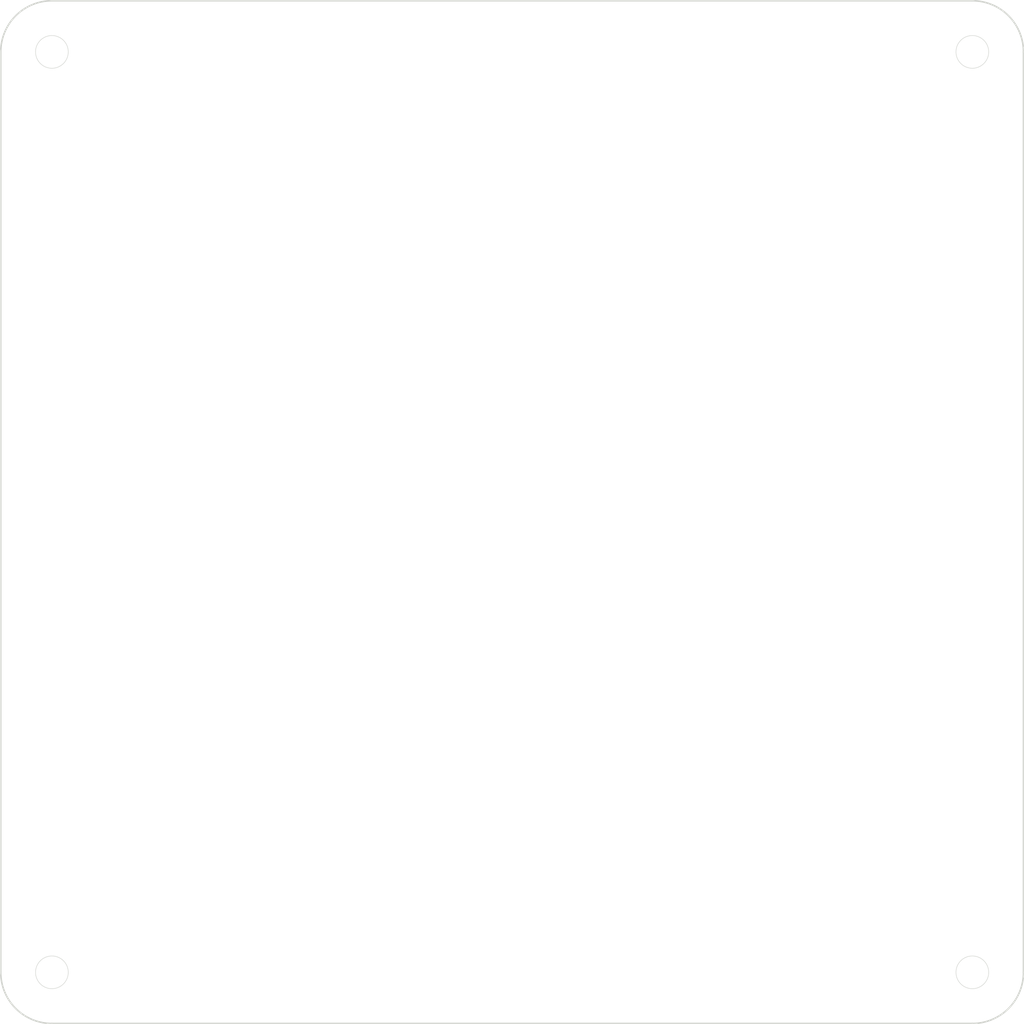
<source format=kicad_pcb>
(kicad_pcb (version 20171130) (host pcbnew "(5.1.6)-1")

  (general
    (thickness 1.6)
    (drawings 12)
    (tracks 0)
    (zones 0)
    (modules 0)
    (nets 1)
  )

  (page A4)
  (layers
    (0 F.Cu signal)
    (31 B.Cu signal)
    (32 B.Adhes user)
    (33 F.Adhes user)
    (34 B.Paste user)
    (35 F.Paste user)
    (36 B.SilkS user)
    (37 F.SilkS user)
    (38 B.Mask user)
    (39 F.Mask user)
    (40 Dwgs.User user)
    (41 Cmts.User user)
    (42 Eco1.User user)
    (43 Eco2.User user)
    (44 Edge.Cuts user)
    (45 Margin user)
    (46 B.CrtYd user)
    (47 F.CrtYd user)
    (48 B.Fab user)
    (49 F.Fab user)
  )

  (setup
    (last_trace_width 0.5)
    (trace_clearance 0.3)
    (zone_clearance 0.508)
    (zone_45_only no)
    (trace_min 0.2)
    (via_size 1)
    (via_drill 0.6)
    (via_min_size 0.4)
    (via_min_drill 0.3)
    (uvia_size 0.3)
    (uvia_drill 0.1)
    (uvias_allowed no)
    (uvia_min_size 0.2)
    (uvia_min_drill 0.1)
    (edge_width 0.05)
    (segment_width 0.2)
    (pcb_text_width 0.3)
    (pcb_text_size 1.5 1.5)
    (mod_edge_width 0.12)
    (mod_text_size 1 1)
    (mod_text_width 0.15)
    (pad_size 8.5 8.5)
    (pad_drill 4.3)
    (pad_to_mask_clearance 0.05)
    (aux_axis_origin 0 0)
    (visible_elements 7FFFFF7F)
    (pcbplotparams
      (layerselection 0x01000_7ffffffe)
      (usegerberextensions false)
      (usegerberattributes true)
      (usegerberadvancedattributes true)
      (creategerberjobfile false)
      (excludeedgelayer false)
      (linewidth 0.100000)
      (plotframeref false)
      (viasonmask false)
      (mode 1)
      (useauxorigin true)
      (hpglpennumber 1)
      (hpglpenspeed 20)
      (hpglpendiameter 15.000000)
      (psnegative false)
      (psa4output false)
      (plotreference false)
      (plotvalue false)
      (plotinvisibletext false)
      (padsonsilk true)
      (subtractmaskfromsilk false)
      (outputformat 3)
      (mirror false)
      (drillshape 0)
      (scaleselection 1)
      (outputdirectory "gerbers/"))
  )

  (net 0 "")

  (net_class Default "This is the default net class."
    (clearance 0.3)
    (trace_width 0.5)
    (via_dia 1)
    (via_drill 0.6)
    (uvia_dia 0.3)
    (uvia_drill 0.1)
  )

  (gr_circle (center 105 150) (end 106.6 150) (layer Edge.Cuts) (width 0.05))
  (gr_circle (center 195 150) (end 196.6 150) (layer Edge.Cuts) (width 0.05))
  (gr_circle (center 195 60) (end 196.6 60) (layer Edge.Cuts) (width 0.05))
  (gr_circle (center 105 60) (end 106.6 60) (layer Edge.Cuts) (width 0.05))
  (gr_arc (start 195 60) (end 200 60) (angle -90) (layer Edge.Cuts) (width 0.15))
  (gr_arc (start 195 150) (end 195 155) (angle -90) (layer Edge.Cuts) (width 0.15))
  (gr_arc (start 105 150) (end 100 150) (angle -90) (layer Edge.Cuts) (width 0.15))
  (gr_arc (start 105 60) (end 105 55) (angle -90) (layer Edge.Cuts) (width 0.15))
  (gr_line (start 100 150) (end 100 60) (layer Edge.Cuts) (width 0.15))
  (gr_line (start 195 155) (end 105 155) (layer Edge.Cuts) (width 0.15))
  (gr_line (start 200 60) (end 200 150) (layer Edge.Cuts) (width 0.15))
  (gr_line (start 105 55) (end 195 55) (layer Edge.Cuts) (width 0.15))

)

</source>
